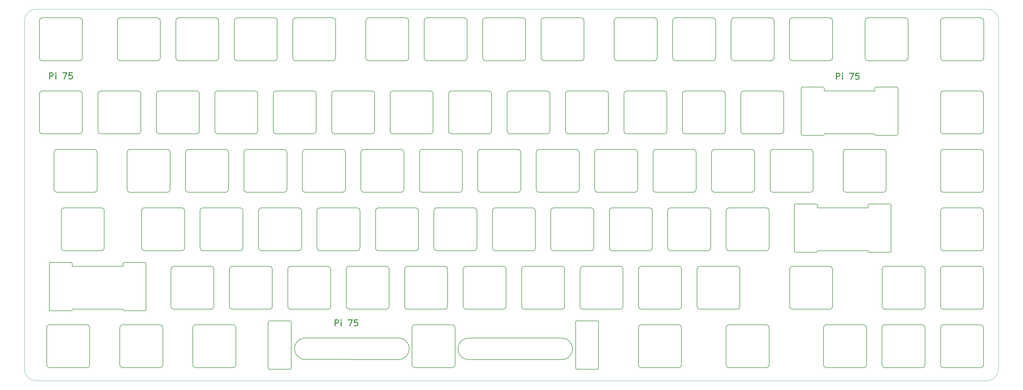
<source format=gbr>
%TF.GenerationSoftware,KiCad,Pcbnew,(5.1.10)-1*%
%TF.CreationDate,2021-06-02T05:44:33-04:00*%
%TF.ProjectId,pi75-plate,70693735-2d70-46c6-9174-652e6b696361,rev?*%
%TF.SameCoordinates,Original*%
%TF.FileFunction,Legend,Top*%
%TF.FilePolarity,Positive*%
%FSLAX46Y46*%
G04 Gerber Fmt 4.6, Leading zero omitted, Abs format (unit mm)*
G04 Created by KiCad (PCBNEW (5.1.10)-1) date 2021-06-02 05:44:33*
%MOMM*%
%LPD*%
G01*
G04 APERTURE LIST*
%TA.AperFunction,Profile*%
%ADD10C,0.050000*%
%TD*%
%ADD11C,0.300000*%
%TA.AperFunction,Profile*%
%ADD12C,0.200000*%
%TD*%
G04 APERTURE END LIST*
D10*
X301625000Y-43218100D02*
X301625000Y-156629100D01*
X297815000Y-39408100D02*
X-12052300Y-39408100D01*
X-12052300Y-160439100D02*
G75*
G02*
X-15862300Y-156629100I0J3810000D01*
G01*
X297815000Y-39408100D02*
G75*
G02*
X301625000Y-43218100I0J-3810000D01*
G01*
X301625000Y-156629100D02*
G75*
G02*
X297815000Y-160439100I-3810000J0D01*
G01*
X-15862300Y-43218100D02*
G75*
G02*
X-12052300Y-39408100I3810000J0D01*
G01*
X-15862300Y-43218100D02*
X-15862300Y-156629100D01*
X297815000Y-160439100D02*
X-12052300Y-160439100D01*
D11*
X248758533Y-62271161D02*
X248758533Y-60271161D01*
X249520438Y-60271161D01*
X249710914Y-60366400D01*
X249806152Y-60461638D01*
X249901390Y-60652114D01*
X249901390Y-60937828D01*
X249806152Y-61128304D01*
X249710914Y-61223542D01*
X249520438Y-61318780D01*
X248758533Y-61318780D01*
X250758533Y-62271161D02*
X250758533Y-60937828D01*
X250758533Y-60271161D02*
X250663295Y-60366400D01*
X250758533Y-60461638D01*
X250853771Y-60366400D01*
X250758533Y-60271161D01*
X250758533Y-60461638D01*
X253044247Y-60271161D02*
X254377580Y-60271161D01*
X253520438Y-62271161D01*
X256091866Y-60271161D02*
X255139485Y-60271161D01*
X255044247Y-61223542D01*
X255139485Y-61128304D01*
X255329961Y-61033066D01*
X255806152Y-61033066D01*
X255996628Y-61128304D01*
X256091866Y-61223542D01*
X256187104Y-61414019D01*
X256187104Y-61890209D01*
X256091866Y-62080685D01*
X255996628Y-62175923D01*
X255806152Y-62271161D01*
X255329961Y-62271161D01*
X255139485Y-62175923D01*
X255044247Y-62080685D01*
X-7654466Y-62144161D02*
X-7654466Y-60144161D01*
X-6892561Y-60144161D01*
X-6702085Y-60239400D01*
X-6606847Y-60334638D01*
X-6511609Y-60525114D01*
X-6511609Y-60810828D01*
X-6606847Y-61001304D01*
X-6702085Y-61096542D01*
X-6892561Y-61191780D01*
X-7654466Y-61191780D01*
X-5654466Y-62144161D02*
X-5654466Y-60810828D01*
X-5654466Y-60144161D02*
X-5749704Y-60239400D01*
X-5654466Y-60334638D01*
X-5559228Y-60239400D01*
X-5654466Y-60144161D01*
X-5654466Y-60334638D01*
X-3368752Y-60144161D02*
X-2035419Y-60144161D01*
X-2892561Y-62144161D01*
X-321133Y-60144161D02*
X-1273514Y-60144161D01*
X-1368752Y-61096542D01*
X-1273514Y-61001304D01*
X-1083038Y-60906066D01*
X-606847Y-60906066D01*
X-416371Y-61001304D01*
X-321133Y-61096542D01*
X-225895Y-61287019D01*
X-225895Y-61763209D01*
X-321133Y-61953685D01*
X-416371Y-62048923D01*
X-606847Y-62144161D01*
X-1083038Y-62144161D01*
X-1273514Y-62048923D01*
X-1368752Y-61953685D01*
X85360333Y-142611361D02*
X85360333Y-140611361D01*
X86122238Y-140611361D01*
X86312714Y-140706600D01*
X86407952Y-140801838D01*
X86503190Y-140992314D01*
X86503190Y-141278028D01*
X86407952Y-141468504D01*
X86312714Y-141563742D01*
X86122238Y-141658980D01*
X85360333Y-141658980D01*
X87360333Y-142611361D02*
X87360333Y-141278028D01*
X87360333Y-140611361D02*
X87265095Y-140706600D01*
X87360333Y-140801838D01*
X87455571Y-140706600D01*
X87360333Y-140611361D01*
X87360333Y-140801838D01*
X89646047Y-140611361D02*
X90979380Y-140611361D01*
X90122238Y-142611361D01*
X92693666Y-140611361D02*
X91741285Y-140611361D01*
X91646047Y-141563742D01*
X91741285Y-141468504D01*
X91931761Y-141373266D01*
X92407952Y-141373266D01*
X92598428Y-141468504D01*
X92693666Y-141563742D01*
X92788904Y-141754219D01*
X92788904Y-142230409D01*
X92693666Y-142420885D01*
X92598428Y-142516123D01*
X92407952Y-142611361D01*
X91931761Y-142611361D01*
X91741285Y-142516123D01*
X91646047Y-142420885D01*
D12*
X5405400Y-155227301D02*
G75*
G02*
X4405400Y-156227301I-1000000J0D01*
G01*
X-8594600Y-143227300D02*
G75*
G02*
X-7594600Y-142227300I1000000J0D01*
G01*
X-7594600Y-156227301D02*
G75*
G02*
X-8594600Y-155227301I0J1000000D01*
G01*
X-7594600Y-142227301D02*
X4405400Y-142227301D01*
X-8594600Y-143227300D02*
X-8594600Y-155227301D01*
X-7594600Y-156227300D02*
X4405400Y-156227300D01*
X4405400Y-142227300D02*
G75*
G02*
X5405400Y-143227300I0J-1000000D01*
G01*
X5405400Y-143227300D02*
X5405400Y-155227301D01*
X29230600Y-155227301D02*
G75*
G02*
X28230600Y-156227301I-1000000J0D01*
G01*
X15230600Y-143227300D02*
G75*
G02*
X16230600Y-142227300I1000000J0D01*
G01*
X16230600Y-156227301D02*
G75*
G02*
X15230600Y-155227301I0J1000000D01*
G01*
X16230600Y-142227301D02*
X28230600Y-142227301D01*
X15230600Y-143227300D02*
X15230600Y-155227301D01*
X16230600Y-156227300D02*
X28230600Y-156227300D01*
X28230600Y-142227300D02*
G75*
G02*
X29230600Y-143227300I0J-1000000D01*
G01*
X29230600Y-143227300D02*
X29230600Y-155227301D01*
X53030400Y-155227301D02*
G75*
G02*
X52030400Y-156227301I-1000000J0D01*
G01*
X39030400Y-143227300D02*
G75*
G02*
X40030400Y-142227300I1000000J0D01*
G01*
X40030400Y-156227301D02*
G75*
G02*
X39030400Y-155227301I0J1000000D01*
G01*
X40030400Y-142227301D02*
X52030400Y-142227301D01*
X39030400Y-143227300D02*
X39030400Y-155227301D01*
X40030400Y-156227300D02*
X52030400Y-156227300D01*
X52030400Y-142227300D02*
G75*
G02*
X53030400Y-143227300I0J-1000000D01*
G01*
X53030400Y-143227300D02*
X53030400Y-155227301D01*
X124480600Y-155227301D02*
G75*
G02*
X123480600Y-156227301I-1000000J0D01*
G01*
X110480600Y-143227300D02*
G75*
G02*
X111480600Y-142227300I1000000J0D01*
G01*
X111480600Y-156227301D02*
G75*
G02*
X110480600Y-155227301I0J1000000D01*
G01*
X111480600Y-142227301D02*
X123480600Y-142227301D01*
X110480600Y-143227300D02*
X110480600Y-155227301D01*
X111480600Y-156227300D02*
X123480600Y-156227300D01*
X123480600Y-142227300D02*
G75*
G02*
X124480600Y-143227300I0J-1000000D01*
G01*
X124480600Y-143227300D02*
X124480600Y-155227301D01*
X198267600Y-155227301D02*
G75*
G02*
X197267600Y-156227301I-1000000J0D01*
G01*
X184267600Y-143227300D02*
G75*
G02*
X185267600Y-142227300I1000000J0D01*
G01*
X185267600Y-156227301D02*
G75*
G02*
X184267600Y-155227301I0J1000000D01*
G01*
X185267600Y-142227301D02*
X197267600Y-142227301D01*
X184267600Y-143227300D02*
X184267600Y-155227301D01*
X185267600Y-156227300D02*
X197267600Y-156227300D01*
X197267600Y-142227300D02*
G75*
G02*
X198267600Y-143227300I0J-1000000D01*
G01*
X198267600Y-143227300D02*
X198267600Y-155227301D01*
X226842600Y-155227301D02*
G75*
G02*
X225842600Y-156227301I-1000000J0D01*
G01*
X212842600Y-143227300D02*
G75*
G02*
X213842600Y-142227300I1000000J0D01*
G01*
X213842600Y-156227301D02*
G75*
G02*
X212842600Y-155227301I0J1000000D01*
G01*
X213842600Y-142227301D02*
X225842600Y-142227301D01*
X212842600Y-143227300D02*
X212842600Y-155227301D01*
X213842600Y-156227300D02*
X225842600Y-156227300D01*
X225842600Y-142227300D02*
G75*
G02*
X226842600Y-143227300I0J-1000000D01*
G01*
X226842600Y-143227300D02*
X226842600Y-155227301D01*
X258592600Y-155227301D02*
G75*
G02*
X257592600Y-156227301I-1000000J0D01*
G01*
X244592600Y-143227300D02*
G75*
G02*
X245592600Y-142227300I1000000J0D01*
G01*
X245592600Y-156227301D02*
G75*
G02*
X244592600Y-155227301I0J1000000D01*
G01*
X245592600Y-142227301D02*
X257592600Y-142227301D01*
X244592600Y-143227300D02*
X244592600Y-155227301D01*
X245592600Y-156227300D02*
X257592600Y-156227300D01*
X257592600Y-142227300D02*
G75*
G02*
X258592600Y-143227300I0J-1000000D01*
G01*
X258592600Y-143227300D02*
X258592600Y-155227301D01*
X277642600Y-155227301D02*
G75*
G02*
X276642600Y-156227301I-1000000J0D01*
G01*
X263642600Y-143227300D02*
G75*
G02*
X264642600Y-142227300I1000000J0D01*
G01*
X264642600Y-156227301D02*
G75*
G02*
X263642600Y-155227301I0J1000000D01*
G01*
X264642600Y-142227301D02*
X276642600Y-142227301D01*
X263642600Y-143227300D02*
X263642600Y-155227301D01*
X264642600Y-156227300D02*
X276642600Y-156227300D01*
X276642600Y-142227300D02*
G75*
G02*
X277642600Y-143227300I0J-1000000D01*
G01*
X277642600Y-143227300D02*
X277642600Y-155227301D01*
X296718000Y-155227301D02*
G75*
G02*
X295718000Y-156227301I-1000000J0D01*
G01*
X282718000Y-143227300D02*
G75*
G02*
X283718000Y-142227300I1000000J0D01*
G01*
X283718000Y-156227301D02*
G75*
G02*
X282718000Y-155227301I0J1000000D01*
G01*
X283718000Y-142227301D02*
X295718000Y-142227301D01*
X282718000Y-143227300D02*
X282718000Y-155227301D01*
X283718000Y-156227300D02*
X295718000Y-156227300D01*
X295718000Y-142227300D02*
G75*
G02*
X296718000Y-143227300I0J-1000000D01*
G01*
X296718000Y-143227300D02*
X296718000Y-155227301D01*
X296718000Y-136177301D02*
G75*
G02*
X295718000Y-137177301I-1000000J0D01*
G01*
X282718000Y-124177300D02*
G75*
G02*
X283718000Y-123177300I1000000J0D01*
G01*
X283718000Y-137177301D02*
G75*
G02*
X282718000Y-136177301I0J1000000D01*
G01*
X283718000Y-123177301D02*
X295718000Y-123177301D01*
X282718000Y-124177300D02*
X282718000Y-136177301D01*
X283718000Y-137177300D02*
X295718000Y-137177300D01*
X295718000Y-123177300D02*
G75*
G02*
X296718000Y-124177300I0J-1000000D01*
G01*
X296718000Y-124177300D02*
X296718000Y-136177301D01*
X277668000Y-136177301D02*
G75*
G02*
X276668000Y-137177301I-1000000J0D01*
G01*
X263668000Y-124177300D02*
G75*
G02*
X264668000Y-123177300I1000000J0D01*
G01*
X264668000Y-137177301D02*
G75*
G02*
X263668000Y-136177301I0J1000000D01*
G01*
X264668000Y-123177301D02*
X276668000Y-123177301D01*
X263668000Y-124177300D02*
X263668000Y-136177301D01*
X264668000Y-137177300D02*
X276668000Y-137177300D01*
X276668000Y-123177300D02*
G75*
G02*
X277668000Y-124177300I0J-1000000D01*
G01*
X277668000Y-124177300D02*
X277668000Y-136177301D01*
X247518200Y-136177301D02*
G75*
G02*
X246518200Y-137177301I-1000000J0D01*
G01*
X233518200Y-124177300D02*
G75*
G02*
X234518200Y-123177300I1000000J0D01*
G01*
X234518200Y-137177301D02*
G75*
G02*
X233518200Y-136177301I0J1000000D01*
G01*
X234518200Y-123177301D02*
X246518200Y-123177301D01*
X233518200Y-124177300D02*
X233518200Y-136177301D01*
X234518200Y-137177300D02*
X246518200Y-137177300D01*
X246518200Y-123177300D02*
G75*
G02*
X247518200Y-124177300I0J-1000000D01*
G01*
X247518200Y-124177300D02*
X247518200Y-136177301D01*
X217343000Y-136177301D02*
G75*
G02*
X216343000Y-137177301I-1000000J0D01*
G01*
X203343000Y-124177300D02*
G75*
G02*
X204343000Y-123177300I1000000J0D01*
G01*
X204343000Y-137177301D02*
G75*
G02*
X203343000Y-136177301I0J1000000D01*
G01*
X204343000Y-123177301D02*
X216343000Y-123177301D01*
X203343000Y-124177300D02*
X203343000Y-136177301D01*
X204343000Y-137177300D02*
X216343000Y-137177300D01*
X216343000Y-123177300D02*
G75*
G02*
X217343000Y-124177300I0J-1000000D01*
G01*
X217343000Y-124177300D02*
X217343000Y-136177301D01*
X198293000Y-136177301D02*
G75*
G02*
X197293000Y-137177301I-1000000J0D01*
G01*
X184293000Y-124177300D02*
G75*
G02*
X185293000Y-123177300I1000000J0D01*
G01*
X185293000Y-137177301D02*
G75*
G02*
X184293000Y-136177301I0J1000000D01*
G01*
X185293000Y-123177301D02*
X197293000Y-123177301D01*
X184293000Y-124177300D02*
X184293000Y-136177301D01*
X185293000Y-137177300D02*
X197293000Y-137177300D01*
X197293000Y-123177300D02*
G75*
G02*
X198293000Y-124177300I0J-1000000D01*
G01*
X198293000Y-124177300D02*
X198293000Y-136177301D01*
X179243000Y-136177301D02*
G75*
G02*
X178243000Y-137177301I-1000000J0D01*
G01*
X165243000Y-124177300D02*
G75*
G02*
X166243000Y-123177300I1000000J0D01*
G01*
X166243000Y-137177301D02*
G75*
G02*
X165243000Y-136177301I0J1000000D01*
G01*
X166243000Y-123177301D02*
X178243000Y-123177301D01*
X165243000Y-124177300D02*
X165243000Y-136177301D01*
X166243000Y-137177300D02*
X178243000Y-137177300D01*
X178243000Y-123177300D02*
G75*
G02*
X179243000Y-124177300I0J-1000000D01*
G01*
X179243000Y-124177300D02*
X179243000Y-136177301D01*
X160193000Y-136177301D02*
G75*
G02*
X159193000Y-137177301I-1000000J0D01*
G01*
X146193000Y-124177300D02*
G75*
G02*
X147193000Y-123177300I1000000J0D01*
G01*
X147193000Y-137177301D02*
G75*
G02*
X146193000Y-136177301I0J1000000D01*
G01*
X147193000Y-123177301D02*
X159193000Y-123177301D01*
X146193000Y-124177300D02*
X146193000Y-136177301D01*
X147193000Y-137177300D02*
X159193000Y-137177300D01*
X159193000Y-123177300D02*
G75*
G02*
X160193000Y-124177300I0J-1000000D01*
G01*
X160193000Y-124177300D02*
X160193000Y-136177301D01*
X141117600Y-136177301D02*
G75*
G02*
X140117600Y-137177301I-1000000J0D01*
G01*
X127117600Y-124177300D02*
G75*
G02*
X128117600Y-123177300I1000000J0D01*
G01*
X128117600Y-137177301D02*
G75*
G02*
X127117600Y-136177301I0J1000000D01*
G01*
X128117600Y-123177301D02*
X140117600Y-123177301D01*
X127117600Y-124177300D02*
X127117600Y-136177301D01*
X128117600Y-137177300D02*
X140117600Y-137177300D01*
X140117600Y-123177300D02*
G75*
G02*
X141117600Y-124177300I0J-1000000D01*
G01*
X141117600Y-124177300D02*
X141117600Y-136177301D01*
X103017600Y-136177301D02*
G75*
G02*
X102017600Y-137177301I-1000000J0D01*
G01*
X89017600Y-124177300D02*
G75*
G02*
X90017600Y-123177300I1000000J0D01*
G01*
X90017600Y-137177301D02*
G75*
G02*
X89017600Y-136177301I0J1000000D01*
G01*
X90017600Y-123177301D02*
X102017600Y-123177301D01*
X89017600Y-124177300D02*
X89017600Y-136177301D01*
X90017600Y-137177300D02*
X102017600Y-137177300D01*
X102017600Y-123177300D02*
G75*
G02*
X103017600Y-124177300I0J-1000000D01*
G01*
X103017600Y-124177300D02*
X103017600Y-136177301D01*
X83967600Y-136202701D02*
G75*
G02*
X82967600Y-137202701I-1000000J0D01*
G01*
X69967600Y-124202700D02*
G75*
G02*
X70967600Y-123202700I1000000J0D01*
G01*
X70967600Y-137202701D02*
G75*
G02*
X69967600Y-136202701I0J1000000D01*
G01*
X70967600Y-123202701D02*
X82967600Y-123202701D01*
X69967600Y-124202700D02*
X69967600Y-136202701D01*
X70967600Y-137202700D02*
X82967600Y-137202700D01*
X82967600Y-123202700D02*
G75*
G02*
X83967600Y-124202700I0J-1000000D01*
G01*
X83967600Y-124202700D02*
X83967600Y-136202701D01*
X64917600Y-136177301D02*
G75*
G02*
X63917600Y-137177301I-1000000J0D01*
G01*
X50917600Y-124177300D02*
G75*
G02*
X51917600Y-123177300I1000000J0D01*
G01*
X51917600Y-137177301D02*
G75*
G02*
X50917600Y-136177301I0J1000000D01*
G01*
X51917600Y-123177301D02*
X63917600Y-123177301D01*
X50917600Y-124177300D02*
X50917600Y-136177301D01*
X51917600Y-137177300D02*
X63917600Y-137177300D01*
X63917600Y-123177300D02*
G75*
G02*
X64917600Y-124177300I0J-1000000D01*
G01*
X64917600Y-124177300D02*
X64917600Y-136177301D01*
X45893000Y-136177301D02*
G75*
G02*
X44893000Y-137177301I-1000000J0D01*
G01*
X31893000Y-124177300D02*
G75*
G02*
X32893000Y-123177300I1000000J0D01*
G01*
X32893000Y-137177301D02*
G75*
G02*
X31893000Y-136177301I0J1000000D01*
G01*
X32893000Y-123177301D02*
X44893000Y-123177301D01*
X31893000Y-124177300D02*
X31893000Y-136177301D01*
X32893000Y-137177300D02*
X44893000Y-137177300D01*
X44893000Y-123177300D02*
G75*
G02*
X45893000Y-124177300I0J-1000000D01*
G01*
X45893000Y-124177300D02*
X45893000Y-136177301D01*
X10155200Y-117127301D02*
G75*
G02*
X9155200Y-118127301I-1000000J0D01*
G01*
X-3844800Y-105127300D02*
G75*
G02*
X-2844800Y-104127300I1000000J0D01*
G01*
X-2844800Y-118127301D02*
G75*
G02*
X-3844800Y-117127301I0J1000000D01*
G01*
X-2844800Y-104127301D02*
X9155200Y-104127301D01*
X-3844800Y-105127300D02*
X-3844800Y-117127301D01*
X-2844800Y-118127300D02*
X9155200Y-118127300D01*
X9155200Y-104127300D02*
G75*
G02*
X10155200Y-105127300I0J-1000000D01*
G01*
X10155200Y-105127300D02*
X10155200Y-117127301D01*
X36342600Y-117101901D02*
G75*
G02*
X35342600Y-118101901I-1000000J0D01*
G01*
X22342600Y-105101900D02*
G75*
G02*
X23342600Y-104101900I1000000J0D01*
G01*
X23342600Y-118101901D02*
G75*
G02*
X22342600Y-117101901I0J1000000D01*
G01*
X23342600Y-104101901D02*
X35342600Y-104101901D01*
X22342600Y-105101900D02*
X22342600Y-117101901D01*
X23342600Y-118101900D02*
X35342600Y-118101900D01*
X35342600Y-104101900D02*
G75*
G02*
X36342600Y-105101900I0J-1000000D01*
G01*
X36342600Y-105101900D02*
X36342600Y-117101901D01*
X55367200Y-117127301D02*
G75*
G02*
X54367200Y-118127301I-1000000J0D01*
G01*
X41367200Y-105127300D02*
G75*
G02*
X42367200Y-104127300I1000000J0D01*
G01*
X42367200Y-118127301D02*
G75*
G02*
X41367200Y-117127301I0J1000000D01*
G01*
X42367200Y-104127301D02*
X54367200Y-104127301D01*
X41367200Y-105127300D02*
X41367200Y-117127301D01*
X42367200Y-118127300D02*
X54367200Y-118127300D01*
X54367200Y-104127300D02*
G75*
G02*
X55367200Y-105127300I0J-1000000D01*
G01*
X55367200Y-105127300D02*
X55367200Y-117127301D01*
X74442600Y-117127301D02*
G75*
G02*
X73442600Y-118127301I-1000000J0D01*
G01*
X60442600Y-105127300D02*
G75*
G02*
X61442600Y-104127300I1000000J0D01*
G01*
X61442600Y-118127301D02*
G75*
G02*
X60442600Y-117127301I0J1000000D01*
G01*
X61442600Y-104127301D02*
X73442600Y-104127301D01*
X60442600Y-105127300D02*
X60442600Y-117127301D01*
X61442600Y-118127300D02*
X73442600Y-118127300D01*
X73442600Y-104127300D02*
G75*
G02*
X74442600Y-105127300I0J-1000000D01*
G01*
X74442600Y-105127300D02*
X74442600Y-117127301D01*
X93492600Y-117127301D02*
G75*
G02*
X92492600Y-118127301I-1000000J0D01*
G01*
X79492600Y-105127300D02*
G75*
G02*
X80492600Y-104127300I1000000J0D01*
G01*
X80492600Y-118127301D02*
G75*
G02*
X79492600Y-117127301I0J1000000D01*
G01*
X80492600Y-104127301D02*
X92492600Y-104127301D01*
X79492600Y-105127300D02*
X79492600Y-117127301D01*
X80492600Y-118127300D02*
X92492600Y-118127300D01*
X92492600Y-104127300D02*
G75*
G02*
X93492600Y-105127300I0J-1000000D01*
G01*
X93492600Y-105127300D02*
X93492600Y-117127301D01*
X112568000Y-117127301D02*
G75*
G02*
X111568000Y-118127301I-1000000J0D01*
G01*
X98568000Y-105127300D02*
G75*
G02*
X99568000Y-104127300I1000000J0D01*
G01*
X99568000Y-118127301D02*
G75*
G02*
X98568000Y-117127301I0J1000000D01*
G01*
X99568000Y-104127301D02*
X111568000Y-104127301D01*
X98568000Y-105127300D02*
X98568000Y-117127301D01*
X99568000Y-118127300D02*
X111568000Y-118127300D01*
X111568000Y-104127300D02*
G75*
G02*
X112568000Y-105127300I0J-1000000D01*
G01*
X112568000Y-105127300D02*
X112568000Y-117127301D01*
X131592600Y-117101901D02*
G75*
G02*
X130592600Y-118101901I-1000000J0D01*
G01*
X117592600Y-105101900D02*
G75*
G02*
X118592600Y-104101900I1000000J0D01*
G01*
X118592600Y-118101901D02*
G75*
G02*
X117592600Y-117101901I0J1000000D01*
G01*
X118592600Y-104101901D02*
X130592600Y-104101901D01*
X117592600Y-105101900D02*
X117592600Y-117101901D01*
X118592600Y-118101900D02*
X130592600Y-118101900D01*
X130592600Y-104101900D02*
G75*
G02*
X131592600Y-105101900I0J-1000000D01*
G01*
X131592600Y-105101900D02*
X131592600Y-117101901D01*
X150668000Y-117127301D02*
G75*
G02*
X149668000Y-118127301I-1000000J0D01*
G01*
X136668000Y-105127300D02*
G75*
G02*
X137668000Y-104127300I1000000J0D01*
G01*
X137668000Y-118127301D02*
G75*
G02*
X136668000Y-117127301I0J1000000D01*
G01*
X137668000Y-104127301D02*
X149668000Y-104127301D01*
X136668000Y-105127300D02*
X136668000Y-117127301D01*
X137668000Y-118127300D02*
X149668000Y-118127300D01*
X149668000Y-104127300D02*
G75*
G02*
X150668000Y-105127300I0J-1000000D01*
G01*
X150668000Y-105127300D02*
X150668000Y-117127301D01*
X169692600Y-117127301D02*
G75*
G02*
X168692600Y-118127301I-1000000J0D01*
G01*
X155692600Y-105127300D02*
G75*
G02*
X156692600Y-104127300I1000000J0D01*
G01*
X156692600Y-118127301D02*
G75*
G02*
X155692600Y-117127301I0J1000000D01*
G01*
X156692600Y-104127301D02*
X168692600Y-104127301D01*
X155692600Y-105127300D02*
X155692600Y-117127301D01*
X156692600Y-118127300D02*
X168692600Y-118127300D01*
X168692600Y-104127300D02*
G75*
G02*
X169692600Y-105127300I0J-1000000D01*
G01*
X169692600Y-105127300D02*
X169692600Y-117127301D01*
X188768000Y-117127301D02*
G75*
G02*
X187768000Y-118127301I-1000000J0D01*
G01*
X174768000Y-105127300D02*
G75*
G02*
X175768000Y-104127300I1000000J0D01*
G01*
X175768000Y-118127301D02*
G75*
G02*
X174768000Y-117127301I0J1000000D01*
G01*
X175768000Y-104127301D02*
X187768000Y-104127301D01*
X174768000Y-105127300D02*
X174768000Y-117127301D01*
X175768000Y-118127300D02*
X187768000Y-118127300D01*
X187768000Y-104127300D02*
G75*
G02*
X188768000Y-105127300I0J-1000000D01*
G01*
X188768000Y-105127300D02*
X188768000Y-117127301D01*
X207792600Y-117127301D02*
G75*
G02*
X206792600Y-118127301I-1000000J0D01*
G01*
X193792600Y-105127300D02*
G75*
G02*
X194792600Y-104127300I1000000J0D01*
G01*
X194792600Y-118127301D02*
G75*
G02*
X193792600Y-117127301I0J1000000D01*
G01*
X194792600Y-104127301D02*
X206792600Y-104127301D01*
X193792600Y-105127300D02*
X193792600Y-117127301D01*
X194792600Y-118127300D02*
X206792600Y-118127300D01*
X206792600Y-104127300D02*
G75*
G02*
X207792600Y-105127300I0J-1000000D01*
G01*
X207792600Y-105127300D02*
X207792600Y-117127301D01*
X226842600Y-117127301D02*
G75*
G02*
X225842600Y-118127301I-1000000J0D01*
G01*
X212842600Y-105127300D02*
G75*
G02*
X213842600Y-104127300I1000000J0D01*
G01*
X213842600Y-118127301D02*
G75*
G02*
X212842600Y-117127301I0J1000000D01*
G01*
X213842600Y-104127301D02*
X225842600Y-104127301D01*
X212842600Y-105127300D02*
X212842600Y-117127301D01*
X213842600Y-118127300D02*
X225842600Y-118127300D01*
X225842600Y-104127300D02*
G75*
G02*
X226842600Y-105127300I0J-1000000D01*
G01*
X226842600Y-105127300D02*
X226842600Y-117127301D01*
X296743400Y-117127301D02*
G75*
G02*
X295743400Y-118127301I-1000000J0D01*
G01*
X282743400Y-105127300D02*
G75*
G02*
X283743400Y-104127300I1000000J0D01*
G01*
X283743400Y-118127301D02*
G75*
G02*
X282743400Y-117127301I0J1000000D01*
G01*
X283743400Y-104127301D02*
X295743400Y-104127301D01*
X282743400Y-105127300D02*
X282743400Y-117127301D01*
X283743400Y-118127300D02*
X295743400Y-118127300D01*
X295743400Y-104127300D02*
G75*
G02*
X296743400Y-105127300I0J-1000000D01*
G01*
X296743400Y-105127300D02*
X296743400Y-117127301D01*
X296718000Y-98077301D02*
G75*
G02*
X295718000Y-99077301I-1000000J0D01*
G01*
X282718000Y-86077300D02*
G75*
G02*
X283718000Y-85077300I1000000J0D01*
G01*
X283718000Y-99077301D02*
G75*
G02*
X282718000Y-98077301I0J1000000D01*
G01*
X283718000Y-85077301D02*
X295718000Y-85077301D01*
X282718000Y-86077300D02*
X282718000Y-98077301D01*
X283718000Y-99077300D02*
X295718000Y-99077300D01*
X295718000Y-85077300D02*
G75*
G02*
X296718000Y-86077300I0J-1000000D01*
G01*
X296718000Y-86077300D02*
X296718000Y-98077301D01*
X264968000Y-98077301D02*
G75*
G02*
X263968000Y-99077301I-1000000J0D01*
G01*
X250968000Y-86077300D02*
G75*
G02*
X251968000Y-85077300I1000000J0D01*
G01*
X251968000Y-99077301D02*
G75*
G02*
X250968000Y-98077301I0J1000000D01*
G01*
X251968000Y-85077301D02*
X263968000Y-85077301D01*
X250968000Y-86077300D02*
X250968000Y-98077301D01*
X251968000Y-99077300D02*
X263968000Y-99077300D01*
X263968000Y-85077300D02*
G75*
G02*
X264968000Y-86077300I0J-1000000D01*
G01*
X264968000Y-86077300D02*
X264968000Y-98077301D01*
X241168200Y-98077301D02*
G75*
G02*
X240168200Y-99077301I-1000000J0D01*
G01*
X227168200Y-86077300D02*
G75*
G02*
X228168200Y-85077300I1000000J0D01*
G01*
X228168200Y-99077301D02*
G75*
G02*
X227168200Y-98077301I0J1000000D01*
G01*
X228168200Y-85077301D02*
X240168200Y-85077301D01*
X227168200Y-86077300D02*
X227168200Y-98077301D01*
X228168200Y-99077300D02*
X240168200Y-99077300D01*
X240168200Y-85077300D02*
G75*
G02*
X241168200Y-86077300I0J-1000000D01*
G01*
X241168200Y-86077300D02*
X241168200Y-98077301D01*
X222092800Y-98077301D02*
G75*
G02*
X221092800Y-99077301I-1000000J0D01*
G01*
X208092800Y-86077300D02*
G75*
G02*
X209092800Y-85077300I1000000J0D01*
G01*
X209092800Y-99077301D02*
G75*
G02*
X208092800Y-98077301I0J1000000D01*
G01*
X209092800Y-85077301D02*
X221092800Y-85077301D01*
X208092800Y-86077300D02*
X208092800Y-98077301D01*
X209092800Y-99077300D02*
X221092800Y-99077300D01*
X221092800Y-85077300D02*
G75*
G02*
X222092800Y-86077300I0J-1000000D01*
G01*
X222092800Y-86077300D02*
X222092800Y-98077301D01*
X203042800Y-98077301D02*
G75*
G02*
X202042800Y-99077301I-1000000J0D01*
G01*
X189042800Y-86077300D02*
G75*
G02*
X190042800Y-85077300I1000000J0D01*
G01*
X190042800Y-99077301D02*
G75*
G02*
X189042800Y-98077301I0J1000000D01*
G01*
X190042800Y-85077301D02*
X202042800Y-85077301D01*
X189042800Y-86077300D02*
X189042800Y-98077301D01*
X190042800Y-99077300D02*
X202042800Y-99077300D01*
X202042800Y-85077300D02*
G75*
G02*
X203042800Y-86077300I0J-1000000D01*
G01*
X203042800Y-86077300D02*
X203042800Y-98077301D01*
X183992800Y-98077301D02*
G75*
G02*
X182992800Y-99077301I-1000000J0D01*
G01*
X169992800Y-86077300D02*
G75*
G02*
X170992800Y-85077300I1000000J0D01*
G01*
X170992800Y-99077301D02*
G75*
G02*
X169992800Y-98077301I0J1000000D01*
G01*
X170992800Y-85077301D02*
X182992800Y-85077301D01*
X169992800Y-86077300D02*
X169992800Y-98077301D01*
X170992800Y-99077300D02*
X182992800Y-99077300D01*
X182992800Y-85077300D02*
G75*
G02*
X183992800Y-86077300I0J-1000000D01*
G01*
X183992800Y-86077300D02*
X183992800Y-98077301D01*
X164942800Y-98077301D02*
G75*
G02*
X163942800Y-99077301I-1000000J0D01*
G01*
X150942800Y-86077300D02*
G75*
G02*
X151942800Y-85077300I1000000J0D01*
G01*
X151942800Y-99077301D02*
G75*
G02*
X150942800Y-98077301I0J1000000D01*
G01*
X151942800Y-85077301D02*
X163942800Y-85077301D01*
X150942800Y-86077300D02*
X150942800Y-98077301D01*
X151942800Y-99077300D02*
X163942800Y-99077300D01*
X163942800Y-85077300D02*
G75*
G02*
X164942800Y-86077300I0J-1000000D01*
G01*
X164942800Y-86077300D02*
X164942800Y-98077301D01*
X145892800Y-98077301D02*
G75*
G02*
X144892800Y-99077301I-1000000J0D01*
G01*
X131892800Y-86077300D02*
G75*
G02*
X132892800Y-85077300I1000000J0D01*
G01*
X132892800Y-99077301D02*
G75*
G02*
X131892800Y-98077301I0J1000000D01*
G01*
X132892800Y-85077301D02*
X144892800Y-85077301D01*
X131892800Y-86077300D02*
X131892800Y-98077301D01*
X132892800Y-99077300D02*
X144892800Y-99077300D01*
X144892800Y-85077300D02*
G75*
G02*
X145892800Y-86077300I0J-1000000D01*
G01*
X145892800Y-86077300D02*
X145892800Y-98077301D01*
X126868200Y-98077301D02*
G75*
G02*
X125868200Y-99077301I-1000000J0D01*
G01*
X112868200Y-86077300D02*
G75*
G02*
X113868200Y-85077300I1000000J0D01*
G01*
X113868200Y-99077301D02*
G75*
G02*
X112868200Y-98077301I0J1000000D01*
G01*
X113868200Y-85077301D02*
X125868200Y-85077301D01*
X112868200Y-86077300D02*
X112868200Y-98077301D01*
X113868200Y-99077300D02*
X125868200Y-99077300D01*
X125868200Y-85077300D02*
G75*
G02*
X126868200Y-86077300I0J-1000000D01*
G01*
X126868200Y-86077300D02*
X126868200Y-98077301D01*
X107792800Y-98077301D02*
G75*
G02*
X106792800Y-99077301I-1000000J0D01*
G01*
X93792800Y-86077300D02*
G75*
G02*
X94792800Y-85077300I1000000J0D01*
G01*
X94792800Y-99077301D02*
G75*
G02*
X93792800Y-98077301I0J1000000D01*
G01*
X94792800Y-85077301D02*
X106792800Y-85077301D01*
X93792800Y-86077300D02*
X93792800Y-98077301D01*
X94792800Y-99077300D02*
X106792800Y-99077300D01*
X106792800Y-85077300D02*
G75*
G02*
X107792800Y-86077300I0J-1000000D01*
G01*
X107792800Y-86077300D02*
X107792800Y-98077301D01*
X88742800Y-98077301D02*
G75*
G02*
X87742800Y-99077301I-1000000J0D01*
G01*
X74742800Y-86077300D02*
G75*
G02*
X75742800Y-85077300I1000000J0D01*
G01*
X75742800Y-99077301D02*
G75*
G02*
X74742800Y-98077301I0J1000000D01*
G01*
X75742800Y-85077301D02*
X87742800Y-85077301D01*
X74742800Y-86077300D02*
X74742800Y-98077301D01*
X75742800Y-99077300D02*
X87742800Y-99077300D01*
X87742800Y-85077300D02*
G75*
G02*
X88742800Y-86077300I0J-1000000D01*
G01*
X88742800Y-86077300D02*
X88742800Y-98077301D01*
X69692800Y-98077301D02*
G75*
G02*
X68692800Y-99077301I-1000000J0D01*
G01*
X55692800Y-86077300D02*
G75*
G02*
X56692800Y-85077300I1000000J0D01*
G01*
X56692800Y-99077301D02*
G75*
G02*
X55692800Y-98077301I0J1000000D01*
G01*
X56692800Y-85077301D02*
X68692800Y-85077301D01*
X55692800Y-86077300D02*
X55692800Y-98077301D01*
X56692800Y-99077300D02*
X68692800Y-99077300D01*
X68692800Y-85077300D02*
G75*
G02*
X69692800Y-86077300I0J-1000000D01*
G01*
X69692800Y-86077300D02*
X69692800Y-98077301D01*
X50642800Y-98077301D02*
G75*
G02*
X49642800Y-99077301I-1000000J0D01*
G01*
X36642800Y-86077300D02*
G75*
G02*
X37642800Y-85077300I1000000J0D01*
G01*
X37642800Y-99077301D02*
G75*
G02*
X36642800Y-98077301I0J1000000D01*
G01*
X37642800Y-85077301D02*
X49642800Y-85077301D01*
X36642800Y-86077300D02*
X36642800Y-98077301D01*
X37642800Y-99077300D02*
X49642800Y-99077300D01*
X49642800Y-85077300D02*
G75*
G02*
X50642800Y-86077300I0J-1000000D01*
G01*
X50642800Y-86077300D02*
X50642800Y-98077301D01*
X31592800Y-98077301D02*
G75*
G02*
X30592800Y-99077301I-1000000J0D01*
G01*
X17592800Y-86077300D02*
G75*
G02*
X18592800Y-85077300I1000000J0D01*
G01*
X18592800Y-99077301D02*
G75*
G02*
X17592800Y-98077301I0J1000000D01*
G01*
X18592800Y-85077301D02*
X30592800Y-85077301D01*
X17592800Y-86077300D02*
X17592800Y-98077301D01*
X18592800Y-99077300D02*
X30592800Y-99077300D01*
X30592800Y-85077300D02*
G75*
G02*
X31592800Y-86077300I0J-1000000D01*
G01*
X31592800Y-86077300D02*
X31592800Y-98077301D01*
X7818400Y-98077301D02*
G75*
G02*
X6818400Y-99077301I-1000000J0D01*
G01*
X-6181600Y-86077300D02*
G75*
G02*
X-5181600Y-85077300I1000000J0D01*
G01*
X-5181600Y-99077301D02*
G75*
G02*
X-6181600Y-98077301I0J1000000D01*
G01*
X-5181600Y-85077301D02*
X6818400Y-85077301D01*
X-6181600Y-86077300D02*
X-6181600Y-98077301D01*
X-5181600Y-99077300D02*
X6818400Y-99077300D01*
X6818400Y-85077300D02*
G75*
G02*
X7818400Y-86077300I0J-1000000D01*
G01*
X7818400Y-86077300D02*
X7818400Y-98077301D01*
X3017800Y-79027301D02*
G75*
G02*
X2017800Y-80027301I-1000000J0D01*
G01*
X-10982200Y-67027300D02*
G75*
G02*
X-9982200Y-66027300I1000000J0D01*
G01*
X-9982200Y-80027301D02*
G75*
G02*
X-10982200Y-79027301I0J1000000D01*
G01*
X-9982200Y-66027301D02*
X2017800Y-66027301D01*
X-10982200Y-67027300D02*
X-10982200Y-79027301D01*
X-9982200Y-80027300D02*
X2017800Y-80027300D01*
X2017800Y-66027300D02*
G75*
G02*
X3017800Y-67027300I0J-1000000D01*
G01*
X3017800Y-67027300D02*
X3017800Y-79027301D01*
X22093200Y-79027301D02*
G75*
G02*
X21093200Y-80027301I-1000000J0D01*
G01*
X8093200Y-67027300D02*
G75*
G02*
X9093200Y-66027300I1000000J0D01*
G01*
X9093200Y-80027301D02*
G75*
G02*
X8093200Y-79027301I0J1000000D01*
G01*
X9093200Y-66027301D02*
X21093200Y-66027301D01*
X8093200Y-67027300D02*
X8093200Y-79027301D01*
X9093200Y-80027300D02*
X21093200Y-80027300D01*
X21093200Y-66027300D02*
G75*
G02*
X22093200Y-67027300I0J-1000000D01*
G01*
X22093200Y-67027300D02*
X22093200Y-79027301D01*
X41143200Y-79027301D02*
G75*
G02*
X40143200Y-80027301I-1000000J0D01*
G01*
X27143200Y-67027300D02*
G75*
G02*
X28143200Y-66027300I1000000J0D01*
G01*
X28143200Y-80027301D02*
G75*
G02*
X27143200Y-79027301I0J1000000D01*
G01*
X28143200Y-66027301D02*
X40143200Y-66027301D01*
X27143200Y-67027300D02*
X27143200Y-79027301D01*
X28143200Y-80027300D02*
X40143200Y-80027300D01*
X40143200Y-66027300D02*
G75*
G02*
X41143200Y-67027300I0J-1000000D01*
G01*
X41143200Y-67027300D02*
X41143200Y-79027301D01*
X60167800Y-79027301D02*
G75*
G02*
X59167800Y-80027301I-1000000J0D01*
G01*
X46167800Y-67027300D02*
G75*
G02*
X47167800Y-66027300I1000000J0D01*
G01*
X47167800Y-80027301D02*
G75*
G02*
X46167800Y-79027301I0J1000000D01*
G01*
X47167800Y-66027301D02*
X59167800Y-66027301D01*
X46167800Y-67027300D02*
X46167800Y-79027301D01*
X47167800Y-80027300D02*
X59167800Y-80027300D01*
X59167800Y-66027300D02*
G75*
G02*
X60167800Y-67027300I0J-1000000D01*
G01*
X60167800Y-67027300D02*
X60167800Y-79027301D01*
X79217800Y-79027301D02*
G75*
G02*
X78217800Y-80027301I-1000000J0D01*
G01*
X65217800Y-67027300D02*
G75*
G02*
X66217800Y-66027300I1000000J0D01*
G01*
X66217800Y-80027301D02*
G75*
G02*
X65217800Y-79027301I0J1000000D01*
G01*
X66217800Y-66027301D02*
X78217800Y-66027301D01*
X65217800Y-67027300D02*
X65217800Y-79027301D01*
X66217800Y-80027300D02*
X78217800Y-80027300D01*
X78217800Y-66027300D02*
G75*
G02*
X79217800Y-67027300I0J-1000000D01*
G01*
X79217800Y-67027300D02*
X79217800Y-79027301D01*
X98267800Y-79027301D02*
G75*
G02*
X97267800Y-80027301I-1000000J0D01*
G01*
X84267800Y-67027300D02*
G75*
G02*
X85267800Y-66027300I1000000J0D01*
G01*
X85267800Y-80027301D02*
G75*
G02*
X84267800Y-79027301I0J1000000D01*
G01*
X85267800Y-66027301D02*
X97267800Y-66027301D01*
X84267800Y-67027300D02*
X84267800Y-79027301D01*
X85267800Y-80027300D02*
X97267800Y-80027300D01*
X97267800Y-66027300D02*
G75*
G02*
X98267800Y-67027300I0J-1000000D01*
G01*
X98267800Y-67027300D02*
X98267800Y-79027301D01*
X117317800Y-79027301D02*
G75*
G02*
X116317800Y-80027301I-1000000J0D01*
G01*
X103317800Y-67027300D02*
G75*
G02*
X104317800Y-66027300I1000000J0D01*
G01*
X104317800Y-80027301D02*
G75*
G02*
X103317800Y-79027301I0J1000000D01*
G01*
X104317800Y-66027301D02*
X116317800Y-66027301D01*
X103317800Y-67027300D02*
X103317800Y-79027301D01*
X104317800Y-80027300D02*
X116317800Y-80027300D01*
X116317800Y-66027300D02*
G75*
G02*
X117317800Y-67027300I0J-1000000D01*
G01*
X117317800Y-67027300D02*
X117317800Y-79027301D01*
X136367800Y-79027301D02*
G75*
G02*
X135367800Y-80027301I-1000000J0D01*
G01*
X122367800Y-67027300D02*
G75*
G02*
X123367800Y-66027300I1000000J0D01*
G01*
X123367800Y-80027301D02*
G75*
G02*
X122367800Y-79027301I0J1000000D01*
G01*
X123367800Y-66027301D02*
X135367800Y-66027301D01*
X122367800Y-67027300D02*
X122367800Y-79027301D01*
X123367800Y-80027300D02*
X135367800Y-80027300D01*
X135367800Y-66027300D02*
G75*
G02*
X136367800Y-67027300I0J-1000000D01*
G01*
X136367800Y-67027300D02*
X136367800Y-79027301D01*
X155417800Y-79027301D02*
G75*
G02*
X154417800Y-80027301I-1000000J0D01*
G01*
X141417800Y-67027300D02*
G75*
G02*
X142417800Y-66027300I1000000J0D01*
G01*
X142417800Y-80027301D02*
G75*
G02*
X141417800Y-79027301I0J1000000D01*
G01*
X142417800Y-66027301D02*
X154417800Y-66027301D01*
X141417800Y-67027300D02*
X141417800Y-79027301D01*
X142417800Y-80027300D02*
X154417800Y-80027300D01*
X154417800Y-66027300D02*
G75*
G02*
X155417800Y-67027300I0J-1000000D01*
G01*
X155417800Y-67027300D02*
X155417800Y-79027301D01*
X174467800Y-79027301D02*
G75*
G02*
X173467800Y-80027301I-1000000J0D01*
G01*
X160467800Y-67027300D02*
G75*
G02*
X161467800Y-66027300I1000000J0D01*
G01*
X161467800Y-80027301D02*
G75*
G02*
X160467800Y-79027301I0J1000000D01*
G01*
X161467800Y-66027301D02*
X173467800Y-66027301D01*
X160467800Y-67027300D02*
X160467800Y-79027301D01*
X161467800Y-80027300D02*
X173467800Y-80027300D01*
X173467800Y-66027300D02*
G75*
G02*
X174467800Y-67027300I0J-1000000D01*
G01*
X174467800Y-67027300D02*
X174467800Y-79027301D01*
X193517800Y-79027301D02*
G75*
G02*
X192517800Y-80027301I-1000000J0D01*
G01*
X179517800Y-67027300D02*
G75*
G02*
X180517800Y-66027300I1000000J0D01*
G01*
X180517800Y-80027301D02*
G75*
G02*
X179517800Y-79027301I0J1000000D01*
G01*
X180517800Y-66027301D02*
X192517800Y-66027301D01*
X179517800Y-67027300D02*
X179517800Y-79027301D01*
X180517800Y-80027300D02*
X192517800Y-80027300D01*
X192517800Y-66027300D02*
G75*
G02*
X193517800Y-67027300I0J-1000000D01*
G01*
X193517800Y-67027300D02*
X193517800Y-79027301D01*
X212567800Y-79027301D02*
G75*
G02*
X211567800Y-80027301I-1000000J0D01*
G01*
X198567800Y-67027300D02*
G75*
G02*
X199567800Y-66027300I1000000J0D01*
G01*
X199567800Y-80027301D02*
G75*
G02*
X198567800Y-79027301I0J1000000D01*
G01*
X199567800Y-66027301D02*
X211567800Y-66027301D01*
X198567800Y-67027300D02*
X198567800Y-79027301D01*
X199567800Y-80027300D02*
X211567800Y-80027300D01*
X211567800Y-66027300D02*
G75*
G02*
X212567800Y-67027300I0J-1000000D01*
G01*
X212567800Y-67027300D02*
X212567800Y-79027301D01*
X231617800Y-79027301D02*
G75*
G02*
X230617800Y-80027301I-1000000J0D01*
G01*
X217617800Y-67027300D02*
G75*
G02*
X218617800Y-66027300I1000000J0D01*
G01*
X218617800Y-80027301D02*
G75*
G02*
X217617800Y-79027301I0J1000000D01*
G01*
X218617800Y-66027301D02*
X230617800Y-66027301D01*
X217617800Y-67027300D02*
X217617800Y-79027301D01*
X218617800Y-80027300D02*
X230617800Y-80027300D01*
X230617800Y-66027300D02*
G75*
G02*
X231617800Y-67027300I0J-1000000D01*
G01*
X231617800Y-67027300D02*
X231617800Y-79027301D01*
X296718000Y-79027301D02*
G75*
G02*
X295718000Y-80027301I-1000000J0D01*
G01*
X282718000Y-67027300D02*
G75*
G02*
X283718000Y-66027300I1000000J0D01*
G01*
X283718000Y-80027301D02*
G75*
G02*
X282718000Y-79027301I0J1000000D01*
G01*
X283718000Y-66027301D02*
X295718000Y-66027301D01*
X282718000Y-67027300D02*
X282718000Y-79027301D01*
X283718000Y-80027300D02*
X295718000Y-80027300D01*
X295718000Y-66027300D02*
G75*
G02*
X296718000Y-67027300I0J-1000000D01*
G01*
X296718000Y-67027300D02*
X296718000Y-79027301D01*
X296768800Y-55202101D02*
G75*
G02*
X295768800Y-56202101I-1000000J0D01*
G01*
X282768800Y-43202100D02*
G75*
G02*
X283768800Y-42202100I1000000J0D01*
G01*
X283768800Y-56202101D02*
G75*
G02*
X282768800Y-55202101I0J1000000D01*
G01*
X283768800Y-42202101D02*
X295768800Y-42202101D01*
X282768800Y-43202100D02*
X282768800Y-55202101D01*
X283768800Y-56202100D02*
X295768800Y-56202100D01*
X295768800Y-42202100D02*
G75*
G02*
X296768800Y-43202100I0J-1000000D01*
G01*
X296768800Y-43202100D02*
X296768800Y-55202101D01*
X272130800Y-55202101D02*
G75*
G02*
X271130800Y-56202101I-1000000J0D01*
G01*
X258130800Y-43202100D02*
G75*
G02*
X259130800Y-42202100I1000000J0D01*
G01*
X259130800Y-56202101D02*
G75*
G02*
X258130800Y-55202101I0J1000000D01*
G01*
X259130800Y-42202101D02*
X271130800Y-42202101D01*
X258130800Y-43202100D02*
X258130800Y-55202101D01*
X259130800Y-56202100D02*
X271130800Y-56202100D01*
X271130800Y-42202100D02*
G75*
G02*
X272130800Y-43202100I0J-1000000D01*
G01*
X272130800Y-43202100D02*
X272130800Y-55202101D01*
X247492800Y-55202101D02*
G75*
G02*
X246492800Y-56202101I-1000000J0D01*
G01*
X233492800Y-43202100D02*
G75*
G02*
X234492800Y-42202100I1000000J0D01*
G01*
X234492800Y-56202101D02*
G75*
G02*
X233492800Y-55202101I0J1000000D01*
G01*
X234492800Y-42202101D02*
X246492800Y-42202101D01*
X233492800Y-43202100D02*
X233492800Y-55202101D01*
X234492800Y-56202100D02*
X246492800Y-56202100D01*
X246492800Y-42202100D02*
G75*
G02*
X247492800Y-43202100I0J-1000000D01*
G01*
X247492800Y-43202100D02*
X247492800Y-55202101D01*
X228442800Y-55202101D02*
G75*
G02*
X227442800Y-56202101I-1000000J0D01*
G01*
X214442800Y-43202100D02*
G75*
G02*
X215442800Y-42202100I1000000J0D01*
G01*
X215442800Y-56202101D02*
G75*
G02*
X214442800Y-55202101I0J1000000D01*
G01*
X215442800Y-42202101D02*
X227442800Y-42202101D01*
X214442800Y-43202100D02*
X214442800Y-55202101D01*
X215442800Y-56202100D02*
X227442800Y-56202100D01*
X227442800Y-42202100D02*
G75*
G02*
X228442800Y-43202100I0J-1000000D01*
G01*
X228442800Y-43202100D02*
X228442800Y-55202101D01*
X209392800Y-55202101D02*
G75*
G02*
X208392800Y-56202101I-1000000J0D01*
G01*
X195392800Y-43202100D02*
G75*
G02*
X196392800Y-42202100I1000000J0D01*
G01*
X196392800Y-56202101D02*
G75*
G02*
X195392800Y-55202101I0J1000000D01*
G01*
X196392800Y-42202101D02*
X208392800Y-42202101D01*
X195392800Y-43202100D02*
X195392800Y-55202101D01*
X196392800Y-56202100D02*
X208392800Y-56202100D01*
X208392800Y-42202100D02*
G75*
G02*
X209392800Y-43202100I0J-1000000D01*
G01*
X209392800Y-43202100D02*
X209392800Y-55202101D01*
X190342800Y-55202101D02*
G75*
G02*
X189342800Y-56202101I-1000000J0D01*
G01*
X176342800Y-43202100D02*
G75*
G02*
X177342800Y-42202100I1000000J0D01*
G01*
X177342800Y-56202101D02*
G75*
G02*
X176342800Y-55202101I0J1000000D01*
G01*
X177342800Y-42202101D02*
X189342800Y-42202101D01*
X176342800Y-43202100D02*
X176342800Y-55202101D01*
X177342800Y-56202100D02*
X189342800Y-56202100D01*
X189342800Y-42202100D02*
G75*
G02*
X190342800Y-43202100I0J-1000000D01*
G01*
X190342800Y-43202100D02*
X190342800Y-55202101D01*
X166543000Y-55202101D02*
G75*
G02*
X165543000Y-56202101I-1000000J0D01*
G01*
X152543000Y-43202100D02*
G75*
G02*
X153543000Y-42202100I1000000J0D01*
G01*
X153543000Y-56202101D02*
G75*
G02*
X152543000Y-55202101I0J1000000D01*
G01*
X153543000Y-42202101D02*
X165543000Y-42202101D01*
X152543000Y-43202100D02*
X152543000Y-55202101D01*
X153543000Y-56202100D02*
X165543000Y-56202100D01*
X165543000Y-42202100D02*
G75*
G02*
X166543000Y-43202100I0J-1000000D01*
G01*
X166543000Y-43202100D02*
X166543000Y-55202101D01*
X147493000Y-55202101D02*
G75*
G02*
X146493000Y-56202101I-1000000J0D01*
G01*
X133493000Y-43202100D02*
G75*
G02*
X134493000Y-42202100I1000000J0D01*
G01*
X134493000Y-56202101D02*
G75*
G02*
X133493000Y-55202101I0J1000000D01*
G01*
X134493000Y-42202101D02*
X146493000Y-42202101D01*
X133493000Y-43202100D02*
X133493000Y-55202101D01*
X134493000Y-56202100D02*
X146493000Y-56202100D01*
X146493000Y-42202100D02*
G75*
G02*
X147493000Y-43202100I0J-1000000D01*
G01*
X147493000Y-43202100D02*
X147493000Y-55202101D01*
X128417600Y-55202101D02*
G75*
G02*
X127417600Y-56202101I-1000000J0D01*
G01*
X114417600Y-43202100D02*
G75*
G02*
X115417600Y-42202100I1000000J0D01*
G01*
X115417600Y-56202101D02*
G75*
G02*
X114417600Y-55202101I0J1000000D01*
G01*
X115417600Y-42202101D02*
X127417600Y-42202101D01*
X114417600Y-43202100D02*
X114417600Y-55202101D01*
X115417600Y-56202100D02*
X127417600Y-56202100D01*
X127417600Y-42202100D02*
G75*
G02*
X128417600Y-43202100I0J-1000000D01*
G01*
X128417600Y-43202100D02*
X128417600Y-55202101D01*
X109393000Y-55202101D02*
G75*
G02*
X108393000Y-56202101I-1000000J0D01*
G01*
X95393000Y-43202100D02*
G75*
G02*
X96393000Y-42202100I1000000J0D01*
G01*
X96393000Y-56202101D02*
G75*
G02*
X95393000Y-55202101I0J1000000D01*
G01*
X96393000Y-42202101D02*
X108393000Y-42202101D01*
X95393000Y-43202100D02*
X95393000Y-55202101D01*
X96393000Y-56202100D02*
X108393000Y-56202100D01*
X108393000Y-42202100D02*
G75*
G02*
X109393000Y-43202100I0J-1000000D01*
G01*
X109393000Y-43202100D02*
X109393000Y-55202101D01*
X85567800Y-55202101D02*
G75*
G02*
X84567800Y-56202101I-1000000J0D01*
G01*
X71567800Y-43202100D02*
G75*
G02*
X72567800Y-42202100I1000000J0D01*
G01*
X72567800Y-56202101D02*
G75*
G02*
X71567800Y-55202101I0J1000000D01*
G01*
X72567800Y-42202101D02*
X84567800Y-42202101D01*
X71567800Y-43202100D02*
X71567800Y-55202101D01*
X72567800Y-56202100D02*
X84567800Y-56202100D01*
X84567800Y-42202100D02*
G75*
G02*
X85567800Y-43202100I0J-1000000D01*
G01*
X85567800Y-43202100D02*
X85567800Y-55202101D01*
X66543200Y-55202101D02*
G75*
G02*
X65543200Y-56202101I-1000000J0D01*
G01*
X52543200Y-43202100D02*
G75*
G02*
X53543200Y-42202100I1000000J0D01*
G01*
X53543200Y-56202101D02*
G75*
G02*
X52543200Y-55202101I0J1000000D01*
G01*
X53543200Y-42202101D02*
X65543200Y-42202101D01*
X52543200Y-43202100D02*
X52543200Y-55202101D01*
X53543200Y-56202100D02*
X65543200Y-56202100D01*
X65543200Y-42202100D02*
G75*
G02*
X66543200Y-43202100I0J-1000000D01*
G01*
X66543200Y-43202100D02*
X66543200Y-55202101D01*
X47467800Y-55202101D02*
G75*
G02*
X46467800Y-56202101I-1000000J0D01*
G01*
X33467800Y-43202100D02*
G75*
G02*
X34467800Y-42202100I1000000J0D01*
G01*
X34467800Y-56202101D02*
G75*
G02*
X33467800Y-55202101I0J1000000D01*
G01*
X34467800Y-42202101D02*
X46467800Y-42202101D01*
X33467800Y-43202100D02*
X33467800Y-55202101D01*
X34467800Y-56202100D02*
X46467800Y-56202100D01*
X46467800Y-42202100D02*
G75*
G02*
X47467800Y-43202100I0J-1000000D01*
G01*
X47467800Y-43202100D02*
X47467800Y-55202101D01*
X28417800Y-55202101D02*
G75*
G02*
X27417800Y-56202101I-1000000J0D01*
G01*
X15417800Y-56202101D02*
G75*
G02*
X14417800Y-55202101I0J1000000D01*
G01*
X15417800Y-42202101D02*
X27417800Y-42202101D01*
X14417800Y-43202100D02*
G75*
G02*
X15417800Y-42202100I1000000J0D01*
G01*
X28417800Y-43202100D02*
X28417800Y-55202101D01*
X14417800Y-43202100D02*
X14417800Y-55202101D01*
X27417800Y-42202100D02*
G75*
G02*
X28417800Y-43202100I0J-1000000D01*
G01*
X15417800Y-56202100D02*
X27417800Y-56202100D01*
X3017800Y-55202101D02*
G75*
G02*
X2017800Y-56202101I-1000000J0D01*
G01*
X-9982200Y-56202101D02*
G75*
G02*
X-10982200Y-55202101I0J1000000D01*
G01*
X-9982200Y-42202101D02*
X2017800Y-42202101D01*
X-10982200Y-43202100D02*
G75*
G02*
X-9982200Y-42202100I1000000J0D01*
G01*
X3017800Y-43202100D02*
X3017800Y-55202101D01*
X-10982200Y-43202100D02*
X-10982200Y-55202101D01*
X2017800Y-42202100D02*
G75*
G02*
X3017800Y-43202100I0J-1000000D01*
G01*
X-9982200Y-56202100D02*
X2017800Y-56202100D01*
X122042200Y-136202701D02*
G75*
G02*
X121042200Y-137202701I-1000000J0D01*
G01*
X109042200Y-137202701D02*
G75*
G02*
X108042200Y-136202701I0J1000000D01*
G01*
X109042200Y-123202701D02*
X121042200Y-123202701D01*
X108042200Y-124202700D02*
G75*
G02*
X109042200Y-123202700I1000000J0D01*
G01*
X122042200Y-124202700D02*
X122042200Y-136202701D01*
X108042200Y-124202700D02*
X108042200Y-136202701D01*
X121042200Y-123202700D02*
G75*
G02*
X122042200Y-124202700I0J-1000000D01*
G01*
X109042200Y-137202700D02*
X121042200Y-137202700D01*
X72186800Y-150037800D02*
G75*
G02*
X75692000Y-146532600I3505200J0D01*
G01*
X75692000Y-153543000D02*
G75*
G02*
X72186800Y-150037800I0J3505200D01*
G01*
X109524800Y-150050500D02*
G75*
G02*
X106019600Y-153555700I-3505200J0D01*
G01*
X106019600Y-146545300D02*
G75*
G02*
X109524800Y-150050500I0J-3505200D01*
G01*
X75692000Y-146532600D02*
X106019600Y-146545300D01*
X106019600Y-153555700D02*
X75692000Y-153543000D01*
X159270700Y-153593800D02*
X128943100Y-153581100D01*
X128943100Y-146570700D02*
X159270700Y-146583400D01*
X128943100Y-153581100D02*
G75*
G02*
X125437900Y-150075900I0J3505200D01*
G01*
X162775900Y-150088600D02*
G75*
G02*
X159270700Y-153593800I-3505200J0D01*
G01*
X159270700Y-146583400D02*
G75*
G02*
X162775900Y-150088600I0J-3505200D01*
G01*
X125437900Y-150075900D02*
G75*
G02*
X128943100Y-146570700I3505200J0D01*
G01*
X260007100Y-66014600D02*
X261340600Y-66014600D01*
X260007100Y-80010000D02*
X261340600Y-80010000D01*
X244792500Y-80137000D02*
X244792500Y-80010000D01*
X246011700Y-66014600D02*
X244792500Y-66014600D01*
X246011700Y-80010000D02*
X244792500Y-80010000D01*
X261340600Y-66014600D02*
X261340600Y-65138300D01*
X244792500Y-66014600D02*
X244792500Y-65151000D01*
X261340600Y-80124300D02*
X261340600Y-80010000D01*
X268452600Y-64757300D02*
G75*
G02*
X268833600Y-65138300I0J-381000D01*
G01*
X261721600Y-80505300D02*
X268452600Y-80505300D01*
X261721600Y-80505300D02*
G75*
G02*
X261340600Y-80124300I0J381000D01*
G01*
X237299500Y-65151000D02*
X237299500Y-80137000D01*
X268833600Y-80124300D02*
G75*
G02*
X268452600Y-80505300I-381000J0D01*
G01*
X237299500Y-65151000D02*
G75*
G02*
X237680500Y-64770000I381000J0D01*
G01*
X244411500Y-64770000D02*
G75*
G02*
X244792500Y-65151000I0J-381000D01*
G01*
X268833600Y-80124300D02*
X268833600Y-65138300D01*
X244411500Y-64770000D02*
X237680500Y-64770000D01*
X237680500Y-80518000D02*
G75*
G02*
X237299500Y-80137000I0J381000D01*
G01*
X244792500Y-80137000D02*
G75*
G02*
X244411500Y-80518000I-381000J0D01*
G01*
X268452600Y-64757300D02*
X261721600Y-64757300D01*
X237680500Y-80518000D02*
X244411500Y-80518000D01*
X261340600Y-65138300D02*
G75*
G02*
X261721600Y-64757300I381000J0D01*
G01*
X246011700Y-80010000D02*
X260007100Y-80010000D01*
X246011700Y-66014600D02*
X260007100Y-66014600D01*
X257759200Y-104127300D02*
X259092700Y-104127300D01*
X257759200Y-118122700D02*
X259092700Y-118122700D01*
X242544600Y-118249700D02*
X242544600Y-118122700D01*
X243763800Y-104127300D02*
X242544600Y-104127300D01*
X243763800Y-118122700D02*
X242544600Y-118122700D01*
X259092700Y-104127300D02*
X259092700Y-103251000D01*
X242544600Y-104127300D02*
X242544600Y-103263700D01*
X259092700Y-118237000D02*
X259092700Y-118122700D01*
X266204700Y-102870000D02*
G75*
G02*
X266585700Y-103251000I0J-381000D01*
G01*
X259473700Y-118618000D02*
X266204700Y-118618000D01*
X259473700Y-118618000D02*
G75*
G02*
X259092700Y-118237000I0J381000D01*
G01*
X235051600Y-103263700D02*
X235051600Y-118249700D01*
X266585700Y-118237000D02*
G75*
G02*
X266204700Y-118618000I-381000J0D01*
G01*
X235051600Y-103263700D02*
G75*
G02*
X235432600Y-102882700I381000J0D01*
G01*
X242163600Y-102882700D02*
G75*
G02*
X242544600Y-103263700I0J-381000D01*
G01*
X266585700Y-118237000D02*
X266585700Y-103251000D01*
X242163600Y-102882700D02*
X235432600Y-102882700D01*
X235432600Y-118630700D02*
G75*
G02*
X235051600Y-118249700I0J381000D01*
G01*
X242544600Y-118249700D02*
G75*
G02*
X242163600Y-118630700I-381000J0D01*
G01*
X266204700Y-102870000D02*
X259473700Y-102870000D01*
X235432600Y-118630700D02*
X242163600Y-118630700D01*
X259092700Y-103251000D02*
G75*
G02*
X259473700Y-102870000I381000J0D01*
G01*
X243763800Y-118122700D02*
X257759200Y-118122700D01*
X243763800Y-104127300D02*
X257759200Y-104127300D01*
X-279400Y-123177300D02*
X-279400Y-122313700D01*
X16268700Y-123177300D02*
X16268700Y-122301000D01*
X-279400Y-137299700D02*
X-279400Y-137172700D01*
X16268700Y-137287000D02*
X16268700Y-137172700D01*
X939800Y-137172700D02*
X-279400Y-137172700D01*
X14935200Y-137172700D02*
X16268700Y-137172700D01*
X14935200Y-123177300D02*
X16268700Y-123177300D01*
X939800Y-123177300D02*
X-279400Y-123177300D01*
X-660400Y-121932700D02*
G75*
G02*
X-279400Y-122313700I0J-381000D01*
G01*
X16268700Y-122301000D02*
G75*
G02*
X16649700Y-121920000I381000J0D01*
G01*
X939800Y-123177300D02*
X14935200Y-123177300D01*
X23380700Y-121920000D02*
G75*
G02*
X23761700Y-122301000I0J-381000D01*
G01*
X16649700Y-137668000D02*
X23380700Y-137668000D01*
X23761700Y-137287000D02*
X23761700Y-122301000D01*
X23761700Y-137287000D02*
G75*
G02*
X23380700Y-137668000I-381000J0D01*
G01*
X16649700Y-137668000D02*
G75*
G02*
X16268700Y-137287000I0J381000D01*
G01*
X23380700Y-121920000D02*
X16649700Y-121920000D01*
X-7772400Y-122313700D02*
X-7772400Y-137299700D01*
X-7772400Y-122313700D02*
G75*
G02*
X-7391400Y-121932700I381000J0D01*
G01*
X-7391400Y-137680700D02*
X-660400Y-137680700D01*
X-279400Y-137299700D02*
G75*
G02*
X-660400Y-137680700I-381000J0D01*
G01*
X-7391400Y-137680700D02*
G75*
G02*
X-7772400Y-137299700I0J381000D01*
G01*
X-660400Y-121932700D02*
X-7391400Y-121932700D01*
X163779200Y-141325600D02*
X163779200Y-156311600D01*
X163779200Y-141325600D02*
G75*
G02*
X164160200Y-140944600I381000J0D01*
G01*
X170891200Y-140944600D02*
G75*
G02*
X171272200Y-141325600I0J-381000D01*
G01*
X164160200Y-156692600D02*
X170891200Y-156692600D01*
X171272200Y-156311600D02*
X171272200Y-141325600D01*
X171272200Y-156311600D02*
G75*
G02*
X170891200Y-156692600I-381000J0D01*
G01*
X164160200Y-156692600D02*
G75*
G02*
X163779200Y-156311600I0J381000D01*
G01*
X170891200Y-140944600D02*
X164160200Y-140944600D01*
X63588900Y-141351000D02*
X63588900Y-156337000D01*
X63588900Y-141351000D02*
G75*
G02*
X63969900Y-140970000I381000J0D01*
G01*
X70700900Y-140970000D02*
G75*
G02*
X71081900Y-141351000I0J-381000D01*
G01*
X63969900Y-156718000D02*
X70700900Y-156718000D01*
X71081900Y-156337000D02*
X71081900Y-141351000D01*
X71081900Y-156337000D02*
G75*
G02*
X70700900Y-156718000I-381000J0D01*
G01*
X63969900Y-156718000D02*
G75*
G02*
X63588900Y-156337000I0J381000D01*
G01*
X70700900Y-140970000D02*
X63969900Y-140970000D01*
X939800Y-137172700D02*
X14935200Y-137172700D01*
M02*

</source>
